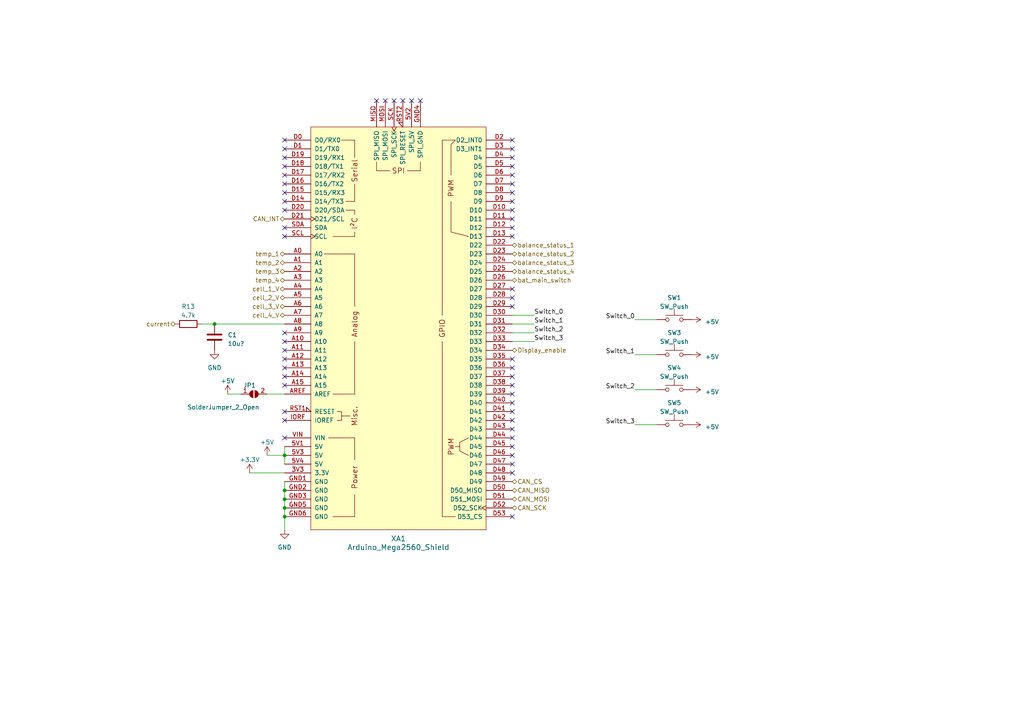
<source format=kicad_sch>
(kicad_sch (version 20230121) (generator eeschema)
  (paper "A4")
  (title_block (title "BMS Project") (date "2023-04-21") (rev "V0.1") (company "TH Ingolstadt") (comment 1 "Author: ") (comment 2 "Edited: "))
  (lib_symbols
    (symbol "Device:C" (pin_numbers hide) (pin_names (offset 0.254))
      (property "Reference" "C" (at 0.635 2.54 0))
      (property "Value" "C" (at 0.635 -2.54 0))
      (symbol "C_0_1"
        (polyline (pts (xy -2.032 -0.762) (xy 2.032 -0.762)) (stroke (width 0.508)))
        (polyline (pts (xy -2.032 0.762) (xy 2.032 0.762)) (stroke (width 0.508)))
      )
      (symbol "C_1_1"
        (pin passive line (at 0 3.81 270) (length 2.794) (name "~") (number "1"))
        (pin passive line (at 0 -3.81 90) (length 2.794) (name "~") (number "2"))
      )
    )
    (symbol "Device:R" (pin_numbers hide) (pin_names (offset 0))
      (property "Reference" "R" (at 2.032 0 90))
      (property "Value" "R" (at 0 0 90))
      (symbol "R_0_1"
        (rectangle (start -1.016 -2.54) (end 1.016 2.54) (stroke (width 0.254)))
      )
      (symbol "R_1_1"
        (pin passive line (at 0 3.81 270) (length 1.27) (name "~") (number "1"))
        (pin passive line (at 0 -3.81 90) (length 1.27) (name "~") (number "2"))
      )
    )
    (symbol "Jumper:SolderJumper_2_Open" (pin_names (offset 0) hide)
      (property "Reference" "JP" (at 0 2.032 0))
      (property "Value" "SolderJumper_2_Open" (at 0 -2.54 0))
      (symbol "SolderJumper_2_Open_0_1"
        (arc (start -0.254 1.016) (mid -1.2656 0) (end -0.254 -1.016))
        (arc (start -0.254 1.016) (mid -1.2656 0) (end -0.254 -1.016) (fill (type outline)))
        (polyline (pts (xy -0.254 1.016) (xy -0.254 -1.016)))
        (polyline (pts (xy 0.254 1.016) (xy 0.254 -1.016)))
        (arc (start 0.254 -1.016) (mid 1.2656 0) (end 0.254 1.016))
        (arc (start 0.254 -1.016) (mid 1.2656 0) (end 0.254 1.016) (fill (type outline)))
      )
      (symbol "SolderJumper_2_Open_1_1"
        (pin passive line (at -3.81 0 0) (length 2.54) (name "A") (number "1"))
        (pin passive line (at 3.81 0 180) (length 2.54) (name "B") (number "2"))
      )
    )
    (symbol "Switch:SW_Push" (pin_numbers hide) (pin_names (offset 1.016) hide)
      (property "Reference" "SW" (at 1.27 2.54 0))
      (property "Value" "SW_Push" (at 0 -1.524 0))
      (symbol "SW_Push_0_1"
        (circle (center -2.032 0) (radius 0.508))
        (polyline (pts (xy 0 1.27) (xy 0 3.048)))
        (polyline (pts (xy 2.54 1.27) (xy -2.54 1.27)))
        (circle (center 2.032 0) (radius 0.508))
        (pin passive line (at -5.08 0 0) (length 2.54) (name "1") (number "1"))
        (pin passive line (at 5.08 0 180) (length 2.54) (name "2") (number "2"))
      )
    )
    (symbol "arduino-library:Arduino_Mega2560_Shield" (pin_names (offset 1.016))
      (property "Reference" "XA" (at 0 -62.23 0))
      (property "Value" "Arduino_Mega2560_Shield" (at 0 -66.04 0))
      (symbol "Arduino_Mega2560_Shield_0_0"
        (rectangle (start -25.4 -58.42) (end 25.4 58.42) (fill (type background)))
        (rectangle (start -20.32 -31.75) (end -12.7 -31.75))
        (rectangle (start -19.05 -54.61) (end -12.7 -54.61))
        (rectangle (start -19.05 -19.05) (end -12.7 -19.05))
        (rectangle (start -19.05 26.67) (end -12.7 26.67))
        (rectangle (start -17.78 -26.67) (end -16.51 -26.67))
        (rectangle (start -17.78 -24.13) (end -16.51 -24.13))
        (rectangle (start -16.51 -25.4) (end -13.97 -25.4))
        (rectangle (start -16.51 -24.13) (end -16.51 -26.67))
        (rectangle (start -16.51 54.61) (end -12.7 54.61))
        (rectangle (start -15.24 34.29) (end -12.7 34.29))
        (rectangle (start -15.24 36.83) (end -12.7 36.83))
        (rectangle (start -12.7 -54.61) (end -12.7 -48.26))
        (rectangle (start -12.7 -31.75) (end -12.7 -38.1))
        (rectangle (start -12.7 26.67) (end -12.7 27.94))
        (rectangle (start -12.7 34.29) (end -12.7 33.02))
        (rectangle (start -12.7 41.91) (end -12.7 36.83))
        (rectangle (start -12.7 49.53) (end -12.7 54.61))
        (rectangle (start -6.35 48.26) (end -6.35 45.72))
        (rectangle (start -2.54 45.72) (end -6.35 45.72))
        (polyline (pts (xy -21.59 21.59) (xy -12.7 21.59)))
        (polyline (pts (xy -12.7 -19.05) (xy -12.7 -3.81)))
        (polyline (pts (xy -12.7 6.35) (xy -12.7 21.59)))
        (polyline (pts (xy 12.7 -54.61) (xy 16.51 -54.61)))
        (polyline (pts (xy 12.7 54.61) (xy 16.51 54.61)))
        (polyline (pts (xy 17.78 -34.29) (xy 16.51 -34.29)))
        (polyline (pts (xy 15.24 36.83) (xy 15.24 27.94) (xy 20.32 26.67)))
        (polyline (pts (xy 15.24 44.45) (xy 15.24 53.34) (xy 16.51 54.61)))
        (polyline (pts (xy 20.32 -31.75) (xy 17.78 -33.02) (xy 17.78 -35.56) (xy 20.32 -36.83)))
        (rectangle (start 6.35 45.72) (end 2.54 45.72))
        (rectangle (start 6.35 48.26) (end 6.35 45.72))
        (text "Analog" (at -12.7 1.27 900) (effects (font (size 1.524 1.524))))
        (text "I²C" (at -12.7 30.48 900) (effects (font (size 1.524 1.524))))
        (text "Misc." (at -12.7 -25.4 900) (effects (font (size 1.524 1.524))))
        (text "Power" (at -12.7 -43.18 900) (effects (font (size 1.524 1.524))))
        (text "PWM" (at 15.24 -34.29 900) (effects (font (size 1.524 1.524))))
        (text "PWM" (at 15.24 40.64 900) (effects (font (size 1.524 1.524))))
        (text "Serial" (at -12.7 45.72 900) (effects (font (size 1.524 1.524))))
        (text "SPI" (at 0 45.72 0) (effects (font (size 1.524 1.524))))
      )
      (symbol "Arduino_Mega2560_Shield_1_0"
        (rectangle (start 12.7 -54.61) (end 12.7 -3.81))
        (rectangle (start 12.7 54.61) (end 12.7 3.81))
        (text "GPIO" (at 12.7 0 900) (effects (font (size 1.524 1.524))))
      )
      (symbol "Arduino_Mega2560_Shield_1_1"
        (pin power_out line (at -33.02 -41.91 0) (length 7.62) (name "3.3V") (number "3V3"))
        (pin power_in line (at -33.02 -34.29 0) (length 7.62) (name "5V") (number "5V1"))
        (pin power_in line (at 3.81 66.04 270) (length 7.62) (name "SPI_5V") (number "5V2"))
        (pin power_in line (at -33.02 -36.83 0) (length 7.62) (name "5V") (number "5V3"))
        (pin power_in line (at -33.02 -39.37 0) (length 7.62) (name "5V") (number "5V4"))
        (pin bidirectional line (at -33.02 21.59 0) (length 7.62) (name "A0") (number "A0"))
        (pin bidirectional line (at -33.02 19.05 0) (length 7.62) (name "A1") (number "A1"))
        (pin bidirectional line (at -33.02 -3.81 0) (length 7.62) (name "A10") (number "A10"))
        (pin bidirectional line (at -33.02 -6.35 0) (length 7.62) (name "A11") (number "A11"))
        (pin bidirectional line (at -33.02 -8.89 0) (length 7.62) (name "A12") (number "A12"))
        (pin bidirectional line (at -33.02 -11.43 0) (length 7.62) (name "A13") (number "A13"))
        (pin bidirectional line (at -33.02 -13.97 0) (length 7.62) (name "A14") (number "A14"))
        (pin bidirectional line (at -33.02 -16.51 0) (length 7.62) (name "A15") (number "A15"))
        (pin bidirectional line (at -33.02 16.51 0) (length 7.62) (name "A2") (number "A2"))
        (pin bidirectional line (at -33.02 13.97 0) (length 7.62) (name "A3") (number "A3"))
        (pin bidirectional line (at -33.02 11.43 0) (length 7.62) (name "A4") (number "A4"))
        (pin bidirectional line (at -33.02 8.89 0) (length 7.62) (name "A5") (number "A5"))
        (pin bidirectional line (at -33.02 6.35 0) (length 7.62) (name "A6") (number "A6"))
        (pin bidirectional line (at -33.02 3.81 0) (length 7.62) (name "A7") (number "A7"))
        (pin bidirectional line (at -33.02 1.27 0) (length 7.62) (name "A8") (number "A8"))
        (pin bidirectional line (at -33.02 -1.27 0) (length 7.62) (name "A9") (number "A9"))
        (pin input line (at -33.02 -19.05 0) (length 7.62) (name "AREF") (number "AREF"))
        (pin bidirectional line (at -33.02 54.61 0) (length 7.62) (name "D0/RX0") (number "D0"))
        (pin bidirectional line (at -33.02 52.07 0) (length 7.62) (name "D1/TX0") (number "D1"))
        (pin bidirectional line (at 33.02 34.29 180) (length 7.62) (name "D10") (number "D10"))
        (pin bidirectional line (at 33.02 31.75 180) (length 7.62) (name "D11") (number "D11"))
        (pin bidirectional line (at 33.02 29.21 180) (length 7.62) (name "D12") (number "D12"))
        (pin bidirectional line (at 33.02 26.67 180) (length 7.62) (name "D13") (number "D13"))
        (pin bidirectional line (at -33.02 36.83 0) (length 7.62) (name "D14/TX3") (number "D14"))
        (pin bidirectional line (at -33.02 39.37 0) (length 7.62) (name "D15/RX3") (number "D15"))
        (pin bidirectional line (at -33.02 41.91 0) (length 7.62) (name "D16/TX2") (number "D16"))
        (pin bidirectional line (at -33.02 44.45 0) (length 7.62) (name "D17/RX2") (number "D17"))
        (pin bidirectional line (at -33.02 46.99 0) (length 7.62) (name "D18/TX1") (number "D18"))
        (pin bidirectional line (at -33.02 49.53 0) (length 7.62) (name "D19/RX1") (number "D19"))
        (pin bidirectional line (at 33.02 54.61 180) (length 7.62) (name "D2_INT0") (number "D2"))
        (pin bidirectional line (at -33.02 34.29 0) (length 7.62) (name "D20/SDA") (number "D20"))
        (pin bidirectional clock (at -33.02 31.75 0) (length 7.62) (name "D21/SCL") (number "D21"))
        (pin bidirectional line (at 33.02 24.13 180) (length 7.62) (name "D22") (number "D22"))
        (pin bidirectional line (at 33.02 21.59 180) (length 7.62) (name "D23") (number "D23"))
        (pin bidirectional line (at 33.02 19.05 180) (length 7.62) (name "D24") (number "D24"))
        (pin bidirectional line (at 33.02 16.51 180) (length 7.62) (name "D25") (number "D25"))
        (pin bidirectional line (at 33.02 13.97 180) (length 7.62) (name "D26") (number "D26"))
        (pin bidirectional line (at 33.02 11.43 180) (length 7.62) (name "D27") (number "D27"))
        (pin bidirectional line (at 33.02 8.89 180) (length 7.62) (name "D28") (number "D28"))
        (pin bidirectional line (at 33.02 6.35 180) (length 7.62) (name "D29") (number "D29"))
        (pin bidirectional line (at 33.02 52.07 180) (length 7.62) (name "D3_INT1") (number "D3"))
        (pin bidirectional line (at 33.02 3.81 180) (length 7.62) (name "D30") (number "D30"))
        (pin bidirectional line (at 33.02 1.27 180) (length 7.62) (name "D31") (number "D31"))
        (pin bidirectional line (at 33.02 -1.27 180) (length 7.62) (name "D32") (number "D32"))
        (pin bidirectional line (at 33.02 -3.81 180) (length 7.62) (name "D33") (number "D33"))
        (pin bidirectional line (at 33.02 -6.35 180) (length 7.62) (name "D34") (number "D34"))
        (pin bidirectional line (at 33.02 -8.89 180) (length 7.62) (name "D35") (number "D35"))
        (pin bidirectional line (at 33.02 -11.43 180) (length 7.62) (name "D36") (number "D36"))
        (pin bidirectional line (at 33.02 -13.97 180) (length 7.62) (name "D37") (number "D37"))
        (pin bidirectional line (at 33.02 -16.51 180) (length 7.62) (name "D38") (number "D38"))
        (pin bidirectional line (at 33.02 -19.05 180) (length 7.62) (name "D39") (number "D39"))
        (pin bidirectional line (at 33.02 49.53 180) (length 7.62) (name "D4") (number "D4"))
        (pin bidirectional line (at 33.02 -21.59 180) (length 7.62) (name "D40") (number "D40"))
        (pin bidirectional line (at 33.02 -24.13 180) (length 7.62) (name "D41") (number "D41"))
        (pin bidirectional line (at 33.02 -26.67 180) (length 7.62) (name "D42") (number "D42"))
        (pin bidirectional line (at 33.02 -29.21 180) (length 7.62) (name "D43") (number "D43"))
        (pin bidirectional line (at 33.02 -31.75 180) (length 7.62) (name "D44") (number "D44"))
        (pin bidirectional line (at 33.02 -34.29 180) (length 7.62) (name "D45") (number "D45"))
        (pin bidirectional line (at 33.02 -36.83 180) (length 7.62) (name "D46") (number "D46"))
        (pin bidirectional line (at 33.02 -39.37 180) (length 7.62) (name "D47") (number "D47"))
        (pin bidirectional line (at 33.02 -41.91 180) (length 7.62) (name "D48") (number "D48"))
        (pin bidirectional line (at 33.02 -44.45 180) (length 7.62) (name "D49") (number "D49"))
        (pin bidirectional line (at 33.02 46.99 180) (length 7.62) (name "D5") (number "D5"))
        (pin bidirectional line (at 33.02 -46.99 180) (length 7.62) (name "D50_MISO") (number "D50"))
        (pin bidirectional line (at 33.02 -49.53 180) (length 7.62) (name "D51_MOSI") (number "D51"))
        (pin bidirectional clock (at 33.02 -52.07 180) (length 7.62) (name "D52_SCK") (number "D52"))
        (pin bidirectional line (at 33.02 -54.61 180) (length 7.62) (name "D53_CS") (number "D53"))
        (pin bidirectional line (at 33.02 44.45 180) (length 7.62) (name "D6") (number "D6"))
        (pin bidirectional line (at 33.02 41.91 180) (length 7.62) (name "D7") (number "D7"))
        (pin bidirectional line (at 33.02 39.37 180) (length 7.62) (name "D8") (number "D8"))
        (pin bidirectional line (at 33.02 36.83 180) (length 7.62) (name "D9") (number "D9"))
        (pin power_in line (at -33.02 -44.45 0) (length 7.62) (name "GND") (number "GND1"))
        (pin power_in line (at -33.02 -46.99 0) (length 7.62) (name "GND") (number "GND2"))
        (pin power_in line (at -33.02 -49.53 0) (length 7.62) (name "GND") (number "GND3"))
        (pin power_in line (at 6.35 66.04 270) (length 7.62) (name "SPI_GND") (number "GND4"))
        (pin power_in line (at -33.02 -52.07 0) (length 7.62) (name "GND") (number "GND5"))
        (pin power_in line (at -33.02 -54.61 0) (length 7.62) (name "GND") (number "GND6"))
        (pin output line (at -33.02 -26.67 0) (length 7.62) (name "IOREF") (number "IORF"))
        (pin input line (at -6.35 66.04 270) (length 7.62) (name "SPI_MISO") (number "MISO"))
        (pin output line (at -3.81 66.04 270) (length 7.62) (name "SPI_MOSI") (number "MOSI"))
        (pin open_collector input_low (at -33.02 -24.13 0) (length 7.62) (name "RESET") (number "RST1"))
        (pin open_collector input_low (at 1.27 66.04 270) (length 7.62) (name "SPI_RESET") (number "RST2"))
        (pin output clock (at -1.27 66.04 270) (length 7.62) (name "SPI_SCK") (number "SCK"))
        (pin bidirectional clock (at -33.02 26.67 0) (length 7.62) (name "SCL") (number "SCL"))
        (pin bidirectional line (at -33.02 29.21 0) (length 7.62) (name "SDA") (number "SDA"))
        (pin power_in line (at -33.02 -31.75 0) (length 7.62) (name "VIN") (number "VIN"))
      )
    )
    (symbol "power:+3.3V" (power) (pin_names (offset 0))
      (property "Value" "+3.3V" (at 0 3.556 0))
      (symbol "+3.3V_0_1"
        (polyline (pts (xy -0.762 1.27) (xy 0 2.54)))
        (polyline (pts (xy 0 0) (xy 0 2.54)))
        (polyline (pts (xy 0 2.54) (xy 0.762 1.27)))
      )
      (symbol "+3.3V_1_1"
        (pin power_in line (at 0 0 90) (length 0) hide (name "+3.3V") (number "1"))
      )
    )
    (symbol "power:+5V" (power) (pin_names (offset 0))
      (property "Value" "+5V" (at 0 3.556 0))
      (symbol "+5V_0_1"
        (polyline (pts (xy -0.762 1.27) (xy 0 2.54)))
        (polyline (pts (xy 0 0) (xy 0 2.54)))
        (polyline (pts (xy 0 2.54) (xy 0.762 1.27)))
      )
      (symbol "+5V_1_1"
        (pin power_in line (at 0 0 90) (length 0) hide (name "+5V") (number "1"))
      )
    )
    (symbol "power:GND" (power) (pin_names (offset 0))
      (property "Value" "GND" (at 0 -3.81 0))
      (symbol "GND_0_1"
        (polyline (pts (xy 0 0) (xy 0 -1.27) (xy 1.27 -1.27) (xy 0 -2.54) (xy -1.27 -1.27) (xy 0 -1.27)))
      )
      (symbol "GND_1_1"
        (pin power_in line (at 0 0 270) (length 0) hide (name "GND") (number "1"))
      )
    )
  )
  (junction (at 82.55 132.08))
  (junction (at 82.55 149.86))
  (junction (at 82.55 142.24))
  (junction (at 82.55 147.32))
  (junction (at 82.55 144.78))
  (junction (at 62.23 93.98))
  (no_connect (at 82.55 96.52))
  (no_connect (at 82.55 53.34))
  (no_connect (at 148.59 132.08))
  (no_connect (at 82.55 127))
  (no_connect (at 82.55 60.96))
  (no_connect (at 82.55 50.8))
  (no_connect (at 148.59 111.76))
  (no_connect (at 82.55 99.06))
  (no_connect (at 148.59 109.22))
  (no_connect (at 148.59 137.16))
  (no_connect (at 119.38 29.21))
  (no_connect (at 111.76 29.21))
  (no_connect (at 148.59 50.8))
  (no_connect (at 82.55 104.14))
  (no_connect (at 114.3 29.21))
  (no_connect (at 148.59 119.38))
  (no_connect (at 148.59 55.88))
  (no_connect (at 148.59 104.14))
  (no_connect (at 82.55 40.64))
  (no_connect (at 148.59 45.72))
  (no_connect (at 148.59 121.92))
  (no_connect (at 148.59 40.64))
  (no_connect (at 82.55 106.68))
  (no_connect (at 148.59 68.58))
  (no_connect (at 82.55 119.38))
  (no_connect (at 82.55 121.92))
  (no_connect (at 116.84 29.21))
  (no_connect (at 82.55 58.42))
  (no_connect (at 82.55 55.88))
  (no_connect (at 148.59 116.84))
  (no_connect (at 148.59 63.5))
  (no_connect (at 82.55 66.04))
  (no_connect (at 148.59 88.9))
  (no_connect (at 82.55 43.18))
  (no_connect (at 148.59 60.96))
  (no_connect (at 148.59 43.18))
  (no_connect (at 148.59 53.34))
  (no_connect (at 109.22 29.21))
  (no_connect (at 148.59 106.68))
  (no_connect (at 82.55 101.6))
  (no_connect (at 82.55 111.76))
  (no_connect (at 82.55 109.22))
  (no_connect (at 148.59 58.42))
  (no_connect (at 148.59 48.26))
  (no_connect (at 121.92 29.21))
  (no_connect (at 148.59 124.46))
  (no_connect (at 148.59 83.82))
  (no_connect (at 148.59 129.54))
  (no_connect (at 148.59 134.62))
  (no_connect (at 82.55 48.26))
  (no_connect (at 148.59 86.36))
  (no_connect (at 82.55 45.72))
  (no_connect (at 148.59 127))
  (no_connect (at 82.55 68.58))
  (no_connect (at 148.59 66.04))
  (no_connect (at 148.59 149.86))
  (no_connect (at 148.59 114.3))
  (wire (pts (xy 82.55 139.7) (xy 82.55 142.24)))
  (wire (pts (xy 148.59 96.52) (xy 154.94 96.52)))
  (wire (pts (xy 190.5 92.71) (xy 184.15 92.71)))
  (wire (pts (xy 148.59 91.44) (xy 154.94 91.44)))
  (wire (pts (xy 82.55 147.32) (xy 82.55 149.86)))
  (wire (pts (xy 66.04 114.3) (xy 69.85 114.3)))
  (wire (pts (xy 190.5 113.03) (xy 184.15 113.03)))
  (wire (pts (xy 72.39 137.16) (xy 82.55 137.16)))
  (wire (pts (xy 148.59 93.98) (xy 154.94 93.98)))
  (wire (pts (xy 58.42 93.98) (xy 62.23 93.98)))
  (wire (pts (xy 77.47 132.08) (xy 82.55 132.08)))
  (wire (pts (xy 82.55 142.24) (xy 82.55 144.78)))
  (wire (pts (xy 82.55 149.86) (xy 82.55 153.67)))
  (wire (pts (xy 77.47 114.3) (xy 82.55 114.3)))
  (wire (pts (xy 82.55 132.08) (xy 82.55 134.62)))
  (wire (pts (xy 148.59 99.06) (xy 154.94 99.06)))
  (wire (pts (xy 82.55 129.54) (xy 82.55 132.08)))
  (wire (pts (xy 82.55 144.78) (xy 82.55 147.32)))
  (wire (pts (xy 62.23 93.98) (xy 82.55 93.98)))
  (wire (pts (xy 190.5 123.19) (xy 184.15 123.19)))
  (wire (pts (xy 190.5 102.87) (xy 184.15 102.87)))
  (label "Switch_3" (at 184.15 123.19 180))
  (label "Switch_2" (at 184.15 113.03 180))
  (label "Switch_1" (at 184.15 102.87 180))
  (label "Switch_1" (at 154.94 93.98 0))
  (label "Switch_0" (at 154.94 91.44 0))
  (label "Switch_2" (at 154.94 96.52 0))
  (label "Switch_0" (at 184.15 92.71 180))
  (label "Switch_3" (at 154.94 99.06 0))
  (hierarchical_label "temp_1" (shape bidirectional) (at 82.55 73.66 180))
  (hierarchical_label "CAN_MOSI" (shape bidirectional) (at 148.59 144.78 0))
  (hierarchical_label "bat_main_switch" (shape bidirectional) (at 148.59 81.28 0))
  (hierarchical_label "current" (shape bidirectional) (at 50.8 93.98 180))
  (hierarchical_label "balance_status_2" (shape bidirectional) (at 148.59 73.66 0))
  (hierarchical_label "CAN_CS" (shape bidirectional) (at 148.59 139.7 0))
  (hierarchical_label "cell_1_V" (shape bidirectional) (at 82.55 83.82 180))
  (hierarchical_label "temp_3" (shape bidirectional) (at 82.55 78.74 180))
  (hierarchical_label "balance_status_4" (shape bidirectional) (at 148.59 78.74 0))
  (hierarchical_label "CAN_INT" (shape bidirectional) (at 82.55 63.5 180))
  (hierarchical_label "balance_status_3" (shape bidirectional) (at 148.59 76.2 0))
  (hierarchical_label "balance_status_1" (shape bidirectional) (at 148.59 71.12 0))
  (hierarchical_label "cell_3_V" (shape bidirectional) (at 82.55 88.9 180))
  (hierarchical_label "temp_4" (shape bidirectional) (at 82.55 81.28 180))
  (hierarchical_label "cell_2_V" (shape bidirectional) (at 82.55 86.36 180))
  (hierarchical_label "cell_4_V" (shape bidirectional) (at 82.55 91.44 180))
  (hierarchical_label "CAN_MISO" (shape bidirectional) (at 148.59 142.24 0))
  (hierarchical_label "Display_enable" (shape bidirectional) (at 148.59 101.6 0))
  (hierarchical_label "temp_2" (shape bidirectional) (at 82.55 76.2 180))
  (hierarchical_label "CAN_SCK" (shape bidirectional) (at 148.59 147.32 0))
  (symbol (lib_id "Jumper:SolderJumper_2_Open") (at 73.66 114.3 0) (unit 1)
    (property "Reference" "JP1" (at 72.39 111.76 0))
    (property "Value" "SolderJumper_2_Open" (at 64.77 118.11 0))
    (property "Footprint" "Jumper:SolderJumper-2_P1.3mm_Open_Pad1.0x1.5mm" (effects hide))
  )
  (symbol (lib_id "power:+5V") (at 66.04 114.3 0) (unit 1)
    (property "Reference" "#PWR013" (effects hide))
    (property "Value" "+5V" (at 66.04 110.49 0))
  )
  (symbol (lib_id "power:+3.3V") (at 72.39 137.16 0) (unit 1)
    (property "Reference" "#PWR023" (effects hide))
    (property "Value" "+3.3V" (at 72.39 133.35 0))
  )
  (symbol (lib_id "power:+5V") (at 200.66 102.87 270) (unit 1)
    (property "Reference" "#PWR025" (effects hide))
    (property "Value" "+5V" (at 204.47 103.505 90) (effects (justify left)))
  )
  (symbol (lib_id "power:+5V") (at 200.66 92.71 270) (unit 1)
    (property "Reference" "#PWR021" (effects hide))
    (property "Value" "+5V" (at 204.47 93.345 90) (effects (justify left)))
  )
  (symbol (lib_id "Device:C") (at 62.23 97.79 0) (unit 1)
    (property "Reference" "C1" (at 66.04 97.155 0) (effects (justify left)))
    (property "Value" "10u?" (at 66.04 99.695 0) (effects (justify left)))
    (property "Footprint" "Capacitor_SMD:C_0805_2012Metric" (effects hide))
  )
  (symbol (lib_id "Switch:SW_Push") (at 195.58 92.71 0) (unit 1)
    (property "Reference" "SW1" (at 195.58 86.36 0))
    (property "Value" "SW_Push" (at 195.58 88.9 0))
    (property "Footprint" "Button_Switch_SMD:SW_Push_1P1T_NO_6x6mm_H9.5mm" (effects hide))
  )
  (symbol (lib_id "Switch:SW_Push") (at 195.58 123.19 0) (unit 1)
    (property "Reference" "SW5" (at 195.58 116.84 0))
    (property "Value" "SW_Push" (at 195.58 119.38 0))
    (property "Footprint" "Button_Switch_SMD:SW_Push_1P1T_NO_6x6mm_H9.5mm" (effects hide))
  )
  (symbol (lib_id "power:GND") (at 82.55 153.67 0) (unit 1)
    (property "Reference" "#PWR022" (effects hide))
    (property "Value" "GND" (at 82.55 158.75 0))
  )
  (symbol (lib_id "power:GND") (at 62.23 101.6 0) (unit 1)
    (property "Reference" "#PWR036" (effects hide))
    (property "Value" "GND" (at 62.23 106.68 0))
  )
  (symbol (lib_id "power:+5V") (at 200.66 123.19 270) (unit 1)
    (property "Reference" "#PWR031" (effects hide))
    (property "Value" "+5V" (at 204.47 123.825 90) (effects (justify left)))
  )
  (symbol (lib_id "power:+5V") (at 77.47 132.08 0) (unit 1)
    (property "Reference" "#PWR024" (effects hide))
    (property "Value" "+5V" (at 77.47 128.27 0))
  )
  (symbol (lib_id "arduino-library:Arduino_Mega2560_Shield") (at 115.57 95.25 0) (unit 1)
    (property "Reference" "XA1" (at 115.57 156.21 0) (effects (font (size 1.524 1.524))))
    (property "Value" "Arduino_Mega2560_Shield" (at 115.57 158.75 0) (effects (font (size 1.524 1.524))))
    (property "Footprint" "PCM_arduino-library:Arduino_Mega2560_Shield" (effects hide))
    (property "Datasheet" "https://docs.arduino.cc/hardware/mega-2560" (effects hide))
  )
  (symbol (lib_id "Device:R") (at 54.61 93.98 270) (unit 1)
    (property "Reference" "R13" (at 54.61 88.9 90))
    (property "Value" "4.7k" (at 54.61 91.44 90))
    (property "Footprint" "Resistor_THT:R_Axial_DIN0207_L6.3mm_D2.5mm_P10.16mm_Horizontal" (effects hide))
    (instances (project "BMS_Project" (path "" (reference "R13") (unit 1)) (path "" (reference "R17") (unit 1))) (project "Test_Projekt" (path "" (reference "R9") (unit 1))))
  )
  (symbol (lib_id "Switch:SW_Push") (at 195.58 102.87 0) (unit 1)
    (property "Reference" "SW3" (at 195.58 96.52 0))
    (property "Value" "SW_Push" (at 195.58 99.06 0))
    (property "Footprint" "Button_Switch_SMD:SW_Push_1P1T_NO_6x6mm_H9.5mm" (effects hide))
  )
  (symbol (lib_id "power:+5V") (at 200.66 113.03 270) (unit 1)
    (property "Reference" "#PWR030" (effects hide))
    (property "Value" "+5V" (at 204.47 113.665 90) (effects (justify left)))
  )
  (symbol (lib_id "Switch:SW_Push") (at 195.58 113.03 0) (unit 1)
    (property "Reference" "SW4" (at 195.58 106.68 0))
    (property "Value" "SW_Push" (at 195.58 109.22 0))
    (property "Footprint" "Button_Switch_SMD:SW_Push_1P1T_NO_6x6mm_H9.5mm" (effects hide))
  )
)
</source>
